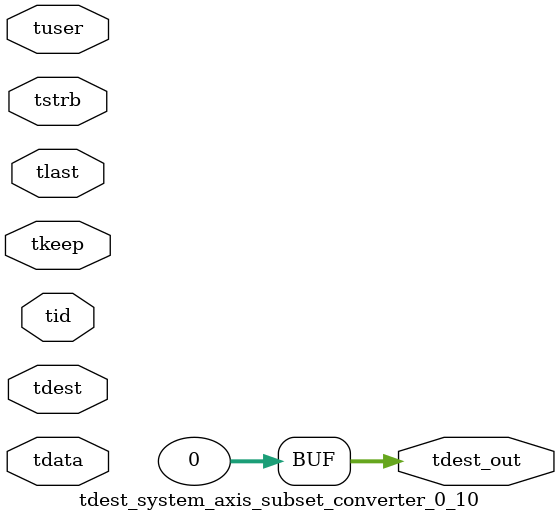
<source format=v>


`timescale 1ps/1ps

module tdest_system_axis_subset_converter_0_10 #
(
parameter C_S_AXIS_TDATA_WIDTH = 32,
parameter C_S_AXIS_TUSER_WIDTH = 0,
parameter C_S_AXIS_TID_WIDTH   = 0,
parameter C_S_AXIS_TDEST_WIDTH = 0,
parameter C_M_AXIS_TDEST_WIDTH = 32
)
(
input  [(C_S_AXIS_TDATA_WIDTH == 0 ? 1 : C_S_AXIS_TDATA_WIDTH)-1:0     ] tdata,
input  [(C_S_AXIS_TUSER_WIDTH == 0 ? 1 : C_S_AXIS_TUSER_WIDTH)-1:0     ] tuser,
input  [(C_S_AXIS_TID_WIDTH   == 0 ? 1 : C_S_AXIS_TID_WIDTH)-1:0       ] tid,
input  [(C_S_AXIS_TDEST_WIDTH == 0 ? 1 : C_S_AXIS_TDEST_WIDTH)-1:0     ] tdest,
input  [(C_S_AXIS_TDATA_WIDTH/8)-1:0 ] tkeep,
input  [(C_S_AXIS_TDATA_WIDTH/8)-1:0 ] tstrb,
input                                                                    tlast,
output [C_M_AXIS_TDEST_WIDTH-1:0] tdest_out
);

assign tdest_out = {1'b0};

endmodule


</source>
